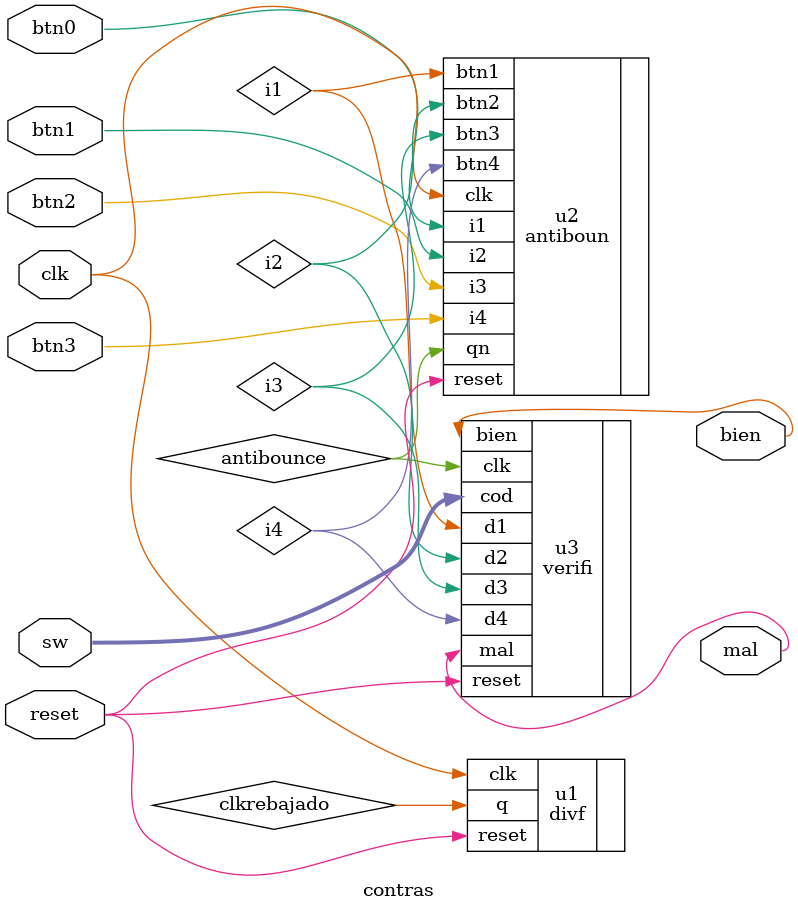
<source format=sv>
`timescale 1ns / 1ps

module contras(
    input [7:0] sw,
    input clk,
    input reset,
    input btn0,
    input btn1,
    input btn2,
    input btn3,
    output bien,
    output mal
    );
    
    logic clkrebajado, antibounce;
    logic i1,i2,i3,i4;
    
    divf u1(.reset(reset),.clk(clk),.q(clkrebajado));
    antiboun u2(.i1(btn0),.i2(btn1),.i3(btn2),.i4(btn3), .reset(reset), .clk(clk), .btn1(i1),.btn2(i2),.btn3(i3),.btn4(i4),.qn(antibounce));
    verifi u3(.cod(sw),.reset(reset), .clk(antibounce), .d1(i1), .d2(i2), .d3(i3), .d4(i4),.bien(bien), .mal(mal));
    
endmodule

</source>
